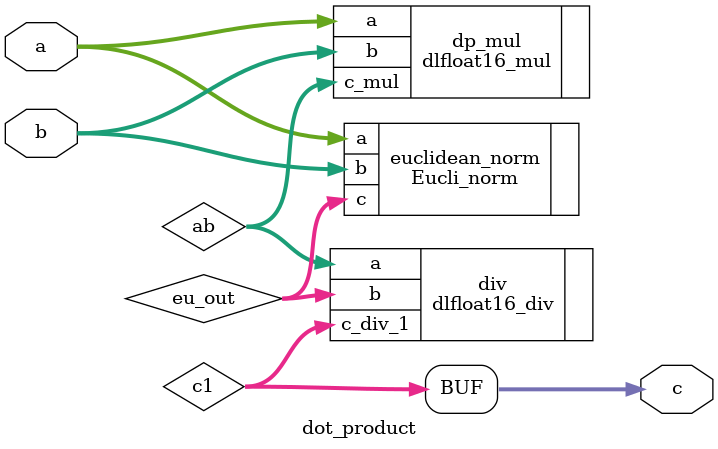
<source format=v>
`timescale 1ns / 1ps
module dot_product(
    input wire [15:0] a, b,
    output wire [15:0] c
    );
    
    wire [15:0] ab, eu_out,c1;
    assign c=c1;
    
    dlfloat16_mul dp_mul(.a(a),.b(b),.c_mul(ab));
    Eucli_norm euclidean_norm(.a(a),.b(b),.c(eu_out));
    dlfloat16_div div(.a(ab), .b(eu_out), .c_div_1(c1));
    
    
endmodule

</source>
